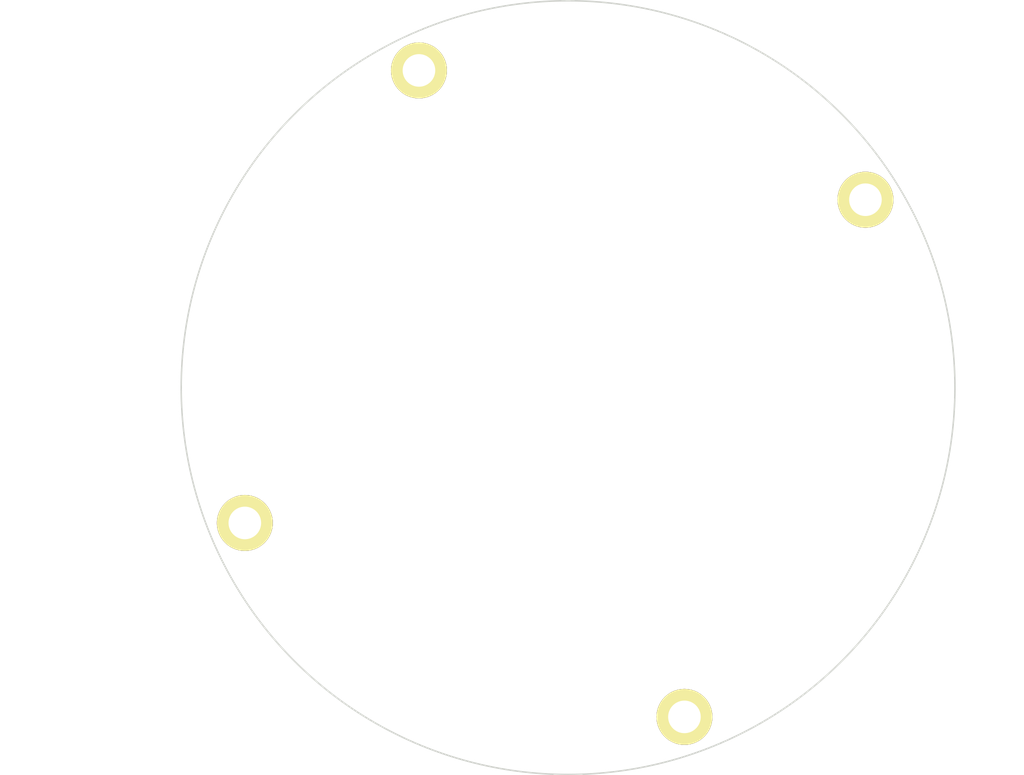
<source format=kicad_pcb>
(kicad_pcb (version 4) (host pcbnew 4.0.4+dfsg1-stable)

  (general
    (links 0)
    (no_connects 0)
    (area 102.907143 61.899999 194.552858 138.100001)
    (thickness 1.6)
    (drawings 5)
    (tracks 0)
    (zones 0)
    (modules 4)
    (nets 1)
  )

  (page A4)
  (layers
    (0 F.Cu signal)
    (31 B.Cu signal)
    (32 B.Adhes user)
    (33 F.Adhes user)
    (34 B.Paste user)
    (35 F.Paste user)
    (36 B.SilkS user)
    (37 F.SilkS user)
    (38 B.Mask user)
    (39 F.Mask user)
    (40 Dwgs.User user)
    (41 Cmts.User user)
    (42 Eco1.User user)
    (43 Eco2.User user)
    (44 Edge.Cuts user)
    (45 Margin user)
    (46 B.CrtYd user)
    (47 F.CrtYd user)
    (48 B.Fab user)
    (49 F.Fab user)
  )

  (setup
    (last_trace_width 0.25)
    (trace_clearance 0.2)
    (zone_clearance 0.508)
    (zone_45_only no)
    (trace_min 0.2)
    (segment_width 0.2)
    (edge_width 0.15)
    (via_size 0.6)
    (via_drill 0.4)
    (via_min_size 0.4)
    (via_min_drill 0.3)
    (uvia_size 0.3)
    (uvia_drill 0.1)
    (uvias_allowed no)
    (uvia_min_size 0.2)
    (uvia_min_drill 0.1)
    (pcb_text_width 0.3)
    (pcb_text_size 1.5 1.5)
    (mod_edge_width 0.15)
    (mod_text_size 1 1)
    (mod_text_width 0.15)
    (pad_size 5.5 5.5)
    (pad_drill 3.2)
    (pad_to_mask_clearance 0.2)
    (aux_axis_origin 0 0)
    (visible_elements FFFFFF7F)
    (pcbplotparams
      (layerselection 0x00030_80000001)
      (usegerberextensions false)
      (excludeedgelayer true)
      (linewidth 0.100000)
      (plotframeref false)
      (viasonmask false)
      (mode 1)
      (useauxorigin false)
      (hpglpennumber 1)
      (hpglpenspeed 20)
      (hpglpendiameter 15)
      (hpglpenoverlay 2)
      (psnegative false)
      (psa4output false)
      (plotreference true)
      (plotvalue true)
      (plotinvisibletext false)
      (padsonsilk false)
      (subtractmaskfromsilk false)
      (outputformat 1)
      (mirror false)
      (drillshape 1)
      (scaleselection 1)
      (outputdirectory ""))
  )

  (net 0 "")

  (net_class Default "This is the default net class."
    (clearance 0.2)
    (trace_width 0.25)
    (via_dia 0.6)
    (via_drill 0.4)
    (uvia_dia 0.3)
    (uvia_drill 0.1)
  )

  (module Mounting_Holes:MountingHole_3.2mm_M3_ISO14580_Pad (layer F.Cu) (tedit 58A9DD9B) (tstamp 58AB9BBB)
    (at 179.21 81.54267)
    (descr "Mounting Hole 3.2mm, M3, ISO14580")
    (tags "mounting hole 3.2mm m3 iso14580")
    (fp_text reference REF** (at 0 -3.75) (layer F.SilkS) hide
      (effects (font (size 1 1) (thickness 0.15)))
    )
    (fp_text value MountingHole_3.2mm_M3_ISO14580_Pad (at 0 3.75) (layer F.Fab) hide
      (effects (font (size 1 1) (thickness 0.15)))
    )
    (fp_circle (center 0 0) (end 2.75 0) (layer Cmts.User) (width 0.15))
    (fp_circle (center 0 0) (end 3 0) (layer F.CrtYd) (width 0.05))
    (pad 1 thru_hole circle (at 0 0) (size 5.5 5.5) (drill 3.2) (layers *.Cu *.Mask F.SilkS))
  )

  (module Mounting_Holes:MountingHole_3.2mm_M3_ISO14580_Pad (layer F.Cu) (tedit 58A9DDA7) (tstamp 58AB9B9F)
    (at 161.43 132.34267)
    (descr "Mounting Hole 3.2mm, M3, ISO14580")
    (tags "mounting hole 3.2mm m3 iso14580")
    (fp_text reference REF** (at 0 -3.75) (layer F.SilkS) hide
      (effects (font (size 1 1) (thickness 0.15)))
    )
    (fp_text value MountingHole_3.2mm_M3_ISO14580_Pad (at 0 3.75) (layer F.Fab) hide
      (effects (font (size 1 1) (thickness 0.15)))
    )
    (fp_circle (center 0 0) (end 2.75 0) (layer Cmts.User) (width 0.15))
    (fp_circle (center 0 0) (end 3 0) (layer F.CrtYd) (width 0.05))
    (pad 1 thru_hole circle (at 0 0) (size 5.5 5.5) (drill 3.2) (layers *.Cu *.Mask F.SilkS))
  )

  (module Mounting_Holes:MountingHole_3.2mm_M3_ISO14580_Pad (layer F.Cu) (tedit 58A9DD86) (tstamp 58AB9B91)
    (at 118.25 113.29267)
    (descr "Mounting Hole 3.2mm, M3, ISO14580")
    (tags "mounting hole 3.2mm m3 iso14580")
    (fp_text reference REF** (at 0 -3.75) (layer F.SilkS) hide
      (effects (font (size 1 1) (thickness 0.15)))
    )
    (fp_text value MountingHole_3.2mm_M3_ISO14580_Pad (at 0 3.75) (layer F.Fab) hide
      (effects (font (size 1 1) (thickness 0.15)))
    )
    (fp_circle (center 0 0) (end 2.75 0) (layer Cmts.User) (width 0.15))
    (fp_circle (center 0 0) (end 3 0) (layer F.CrtYd) (width 0.05))
    (pad 1 thru_hole circle (at 0 0) (size 5.5 5.5) (drill 3.2) (layers *.Cu *.Mask F.SilkS))
  )

  (module Mounting_Holes:MountingHole_3.2mm_M3_ISO14580_Pad (layer F.Cu) (tedit 58A9DD91) (tstamp 58AB9B4E)
    (at 135.35267 68.84267)
    (descr "Mounting Hole 3.2mm, M3, ISO14580")
    (tags "mounting hole 3.2mm m3 iso14580")
    (fp_text reference REF** (at 0 -3.75) (layer F.SilkS) hide
      (effects (font (size 1 1) (thickness 0.15)))
    )
    (fp_text value MountingHole_3.2mm_M3_ISO14580_Pad (at 0 3.75) (layer F.Fab) hide
      (effects (font (size 1 1) (thickness 0.15)))
    )
    (fp_circle (center 0 0) (end 2.75 0) (layer Cmts.User) (width 0.15))
    (fp_circle (center 0 0) (end 3 0) (layer F.CrtYd) (width 0.05))
    (pad 1 thru_hole circle (at 0 0) (size 5.5 5.5) (drill 3.2) (layers *.Cu *.Mask F.SilkS))
  )

  (gr_text "Access Cutout" (at 102.5 95.5) (layer Cmts.User) (tstamp 58AB9C5E)
    (effects (font (size 1.5 1.5) (thickness 0.3)))
  )
  (gr_text "Access Cutout" (at 186.5 128) (layer Cmts.User)
    (effects (font (size 1.5 1.5) (thickness 0.3)))
  )
  (gr_arc (start 150 100) (end 112.467843 105.94451) (angle 33) (layer Dwgs.User) (width 0.2) (tstamp 58AB9C56))
  (gr_arc (start 150 100) (end 184.714727 115.455992) (angle 33) (layer Dwgs.User) (width 0.2) (tstamp 58AB9C53))
  (gr_circle (center 150 100) (end 150 138) (layer Edge.Cuts) (width 0.15))

)

</source>
